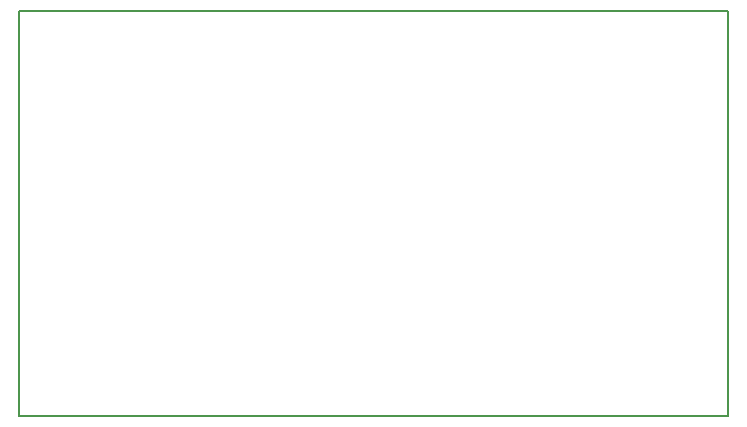
<source format=gm1>
G04 MADE WITH FRITZING*
G04 WWW.FRITZING.ORG*
G04 DOUBLE SIDED*
G04 HOLES PLATED*
G04 CONTOUR ON CENTER OF CONTOUR VECTOR*
%ASAXBY*%
%FSLAX23Y23*%
%MOIN*%
%OFA0B0*%
%SFA1.0B1.0*%
%ADD10R,2.372210X1.355550*%
%ADD11C,0.008000*%
%ADD10C,0.008*%
%LNCONTOUR*%
G90*
G70*
G54D10*
G54D11*
X4Y1352D02*
X2368Y1352D01*
X2368Y4D01*
X4Y4D01*
X4Y1352D01*
D02*
G04 End of contour*
M02*
</source>
